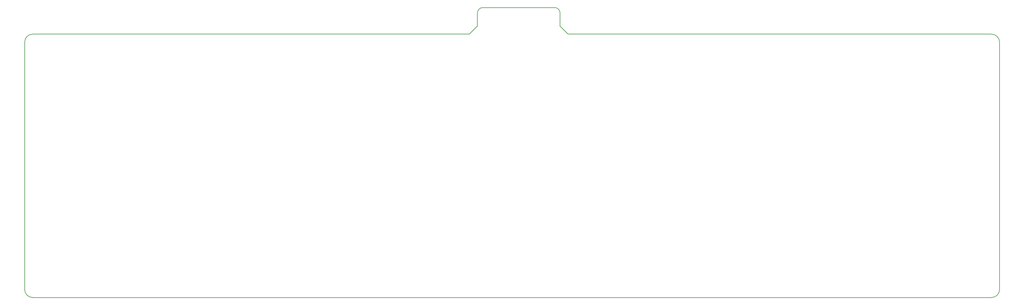
<source format=gm1>
G04 #@! TF.GenerationSoftware,KiCad,Pcbnew,(5.1.2)-1*
G04 #@! TF.CreationDate,2020-06-05T12:30:06-05:00*
G04 #@! TF.ProjectId,Nightmare compact,4e696768-746d-4617-9265-20636f6d7061,rev?*
G04 #@! TF.SameCoordinates,Original*
G04 #@! TF.FileFunction,Profile,NP*
%FSLAX46Y46*%
G04 Gerber Fmt 4.6, Leading zero omitted, Abs format (unit mm)*
G04 Created by KiCad (PCBNEW (5.1.2)-1) date 2020-06-05 12:30:06*
%MOMM*%
%LPD*%
G04 APERTURE LIST*
%ADD10C,0.150000*%
G04 APERTURE END LIST*
D10*
X335756250Y-90487500D02*
X314325000Y-90487500D01*
X335756250Y-90487500D02*
G75*
G02X337343750Y-92075000I0J-1587500D01*
G01*
X312737500Y-92075000D02*
G75*
G02X314325000Y-90487500I1587500J0D01*
G01*
X310356250Y-98425000D02*
X180181250Y-98425000D01*
X312737500Y-96043750D02*
X310356250Y-98425000D01*
X312737500Y-92075000D02*
X312737500Y-96043750D01*
X337343750Y-96043750D02*
X337343750Y-92075000D01*
X339725000Y-98425000D02*
X337343750Y-96043750D01*
X465931250Y-98425000D02*
X339725000Y-98425000D01*
X468312500Y-174625000D02*
X468312500Y-100806250D01*
X180181250Y-177006250D02*
X465931250Y-177006250D01*
X177800000Y-100806250D02*
X177800000Y-174625000D01*
X177800000Y-100806250D02*
G75*
G02X180181250Y-98425000I2381250J0D01*
G01*
X180181250Y-177006250D02*
G75*
G02X177800000Y-174625000I0J2381250D01*
G01*
X468312500Y-174625000D02*
G75*
G02X465931250Y-177006250I-2381250J0D01*
G01*
X465931250Y-98425000D02*
G75*
G02X468312500Y-100806250I0J-2381250D01*
G01*
M02*

</source>
